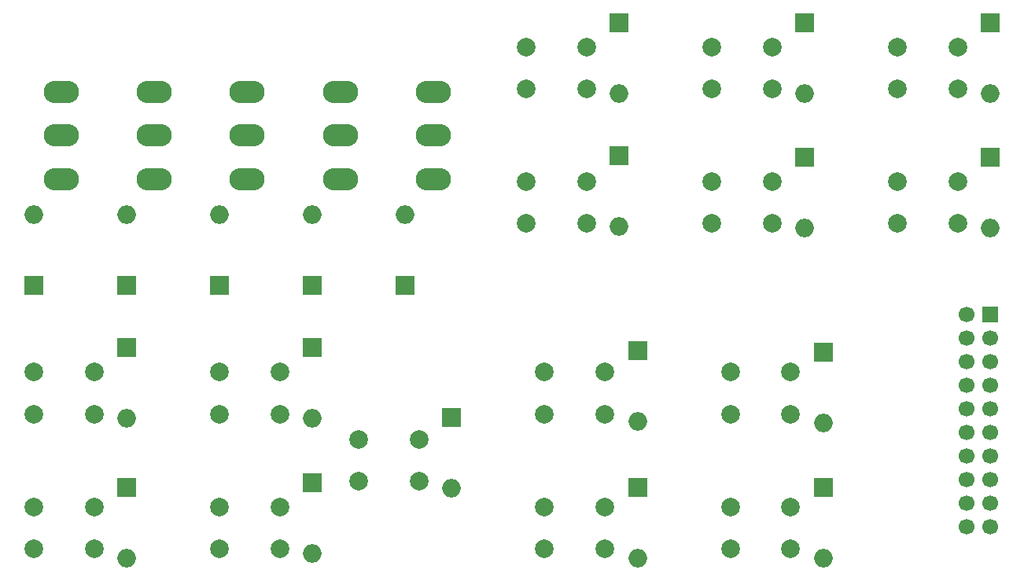
<source format=gbr>
%TF.GenerationSoftware,KiCad,Pcbnew,9.0.1*%
%TF.CreationDate,2025-10-16T11:12:47+01:00*%
%TF.ProjectId,WEASEL_KiCad_buttonMatrix,57454153-454c-45f4-9b69-4361645f6275,rev?*%
%TF.SameCoordinates,Original*%
%TF.FileFunction,Soldermask,Bot*%
%TF.FilePolarity,Negative*%
%FSLAX46Y46*%
G04 Gerber Fmt 4.6, Leading zero omitted, Abs format (unit mm)*
G04 Created by KiCad (PCBNEW 9.0.1) date 2025-10-16 11:12:47*
%MOMM*%
%LPD*%
G01*
G04 APERTURE LIST*
%ADD10C,2.000000*%
%ADD11O,3.800000X2.400000*%
%ADD12R,2.000000X2.000000*%
%ADD13O,2.000000X2.000000*%
%ADD14R,1.700000X1.700000*%
%ADD15C,1.700000*%
G04 APERTURE END LIST*
D10*
%TO.C,SW36*%
X27499583Y-75500000D03*
X33999583Y-75500000D03*
X27499583Y-80000000D03*
X33999583Y-80000000D03*
%TD*%
D11*
%TO.C,SW3*%
X40500000Y-45300000D03*
X40500000Y-50000000D03*
X40500000Y-54700000D03*
%TD*%
D12*
%TO.C,D32*%
X110500000Y-52380000D03*
D13*
X110500000Y-60000000D03*
%TD*%
D10*
%TO.C,SW2*%
X80500000Y-40500000D03*
X87000000Y-40500000D03*
X80500000Y-45000000D03*
X87000000Y-45000000D03*
%TD*%
D12*
%TO.C,D42*%
X112500000Y-73380000D03*
D13*
X112500000Y-81000000D03*
%TD*%
D10*
%TO.C,SW32*%
X100500000Y-55000000D03*
X107000000Y-55000000D03*
X100500000Y-59500000D03*
X107000000Y-59500000D03*
%TD*%
%TO.C,SW42*%
X102499583Y-75500000D03*
X108999583Y-75500000D03*
X102499583Y-80000000D03*
X108999583Y-80000000D03*
%TD*%
D12*
%TO.C,D33*%
X130500000Y-37880000D03*
D13*
X130500000Y-45500000D03*
%TD*%
D12*
%TO.C,D31*%
X110500000Y-37880000D03*
D13*
X110500000Y-45500000D03*
%TD*%
D12*
%TO.C,D30*%
X90500000Y-52190000D03*
D13*
X90500000Y-59810000D03*
%TD*%
D12*
%TO.C,D39*%
X72500000Y-80380000D03*
D13*
X72500000Y-88000000D03*
%TD*%
D10*
%TO.C,SW34*%
X120500000Y-55000000D03*
X127000000Y-55000000D03*
X120500000Y-59500000D03*
X127000000Y-59500000D03*
%TD*%
D11*
%TO.C,SW5*%
X60500000Y-45300000D03*
X60500000Y-50000000D03*
X60500000Y-54700000D03*
%TD*%
D12*
%TO.C,D43*%
X112500000Y-87880000D03*
D13*
X112500000Y-95500000D03*
%TD*%
D12*
%TO.C,D36*%
X37500000Y-72880000D03*
D13*
X37500000Y-80500000D03*
%TD*%
D11*
%TO.C,SW4*%
X50500000Y-45300000D03*
X50500000Y-50000000D03*
X50500000Y-54700000D03*
%TD*%
D10*
%TO.C,SW41*%
X82499583Y-90000000D03*
X88999583Y-90000000D03*
X82499583Y-94500000D03*
X88999583Y-94500000D03*
%TD*%
D12*
%TO.C,D45*%
X27500000Y-66120000D03*
D13*
X27500000Y-58500000D03*
%TD*%
D12*
%TO.C,D40*%
X92500000Y-73190000D03*
D13*
X92500000Y-80810000D03*
%TD*%
D12*
%TO.C,D35*%
X37500000Y-87880000D03*
D13*
X37500000Y-95500000D03*
%TD*%
D14*
%TO.C,J1*%
X130500000Y-69300000D03*
D15*
X127960000Y-69300000D03*
X130500000Y-71840000D03*
X127960000Y-71840000D03*
X130500000Y-74380000D03*
X127960000Y-74380000D03*
X130500000Y-76920000D03*
X127960000Y-76920000D03*
X130500000Y-79460000D03*
X127960000Y-79460000D03*
X130500000Y-82000000D03*
X127960000Y-82000000D03*
X130500000Y-84540000D03*
X127960000Y-84540000D03*
X130500000Y-87080000D03*
X127960000Y-87080000D03*
X130500000Y-89620000D03*
X127960000Y-89620000D03*
X130500000Y-92160000D03*
X127960000Y-92160000D03*
%TD*%
D11*
%TO.C,SW1*%
X30500000Y-45300000D03*
X30500000Y-50000000D03*
X30500000Y-54700000D03*
%TD*%
D10*
%TO.C,SW35*%
X27499583Y-90000000D03*
X33999583Y-90000000D03*
X27499583Y-94500000D03*
X33999583Y-94500000D03*
%TD*%
D12*
%TO.C,D5*%
X90500000Y-37880000D03*
D13*
X90500000Y-45500000D03*
%TD*%
D10*
%TO.C,SW33*%
X120500000Y-40500000D03*
X127000000Y-40500000D03*
X120500000Y-45000000D03*
X127000000Y-45000000D03*
%TD*%
%TO.C,SW31*%
X100500000Y-40500000D03*
X107000000Y-40500000D03*
X100500000Y-45000000D03*
X107000000Y-45000000D03*
%TD*%
D12*
%TO.C,D37*%
X57500000Y-72880000D03*
D13*
X57500000Y-80500000D03*
%TD*%
D10*
%TO.C,SW38*%
X47499583Y-90000000D03*
X53999583Y-90000000D03*
X47499583Y-94500000D03*
X53999583Y-94500000D03*
%TD*%
D12*
%TO.C,D48*%
X57500000Y-66120000D03*
D13*
X57500000Y-58500000D03*
%TD*%
D12*
%TO.C,D46*%
X37500000Y-66120000D03*
D13*
X37500000Y-58500000D03*
%TD*%
D10*
%TO.C,SW37*%
X47499583Y-75500000D03*
X53999583Y-75500000D03*
X47499583Y-80000000D03*
X53999583Y-80000000D03*
%TD*%
D12*
%TO.C,D47*%
X47500000Y-66120000D03*
D13*
X47500000Y-58500000D03*
%TD*%
D10*
%TO.C,SW39*%
X62499583Y-82750000D03*
X68999583Y-82750000D03*
X62499583Y-87250000D03*
X68999583Y-87250000D03*
%TD*%
D12*
%TO.C,D49*%
X67500000Y-66120000D03*
D13*
X67500000Y-58500000D03*
%TD*%
D12*
%TO.C,D34*%
X130500000Y-52380000D03*
D13*
X130500000Y-60000000D03*
%TD*%
D10*
%TO.C,SW40*%
X82499583Y-75500000D03*
X88999583Y-75500000D03*
X82499583Y-80000000D03*
X88999583Y-80000000D03*
%TD*%
%TO.C,SW43*%
X102499583Y-90000000D03*
X108999583Y-90000000D03*
X102499583Y-94500000D03*
X108999583Y-94500000D03*
%TD*%
D12*
%TO.C,D38*%
X57500000Y-87380000D03*
D13*
X57500000Y-95000000D03*
%TD*%
D10*
%TO.C,SW6*%
X80500000Y-55000000D03*
X87000000Y-55000000D03*
X80500000Y-59500000D03*
X87000000Y-59500000D03*
%TD*%
D12*
%TO.C,D41*%
X92500000Y-87880000D03*
D13*
X92500000Y-95500000D03*
%TD*%
D11*
%TO.C,SW7*%
X70500000Y-45300000D03*
X70500000Y-50000000D03*
X70500000Y-54700000D03*
%TD*%
M02*

</source>
